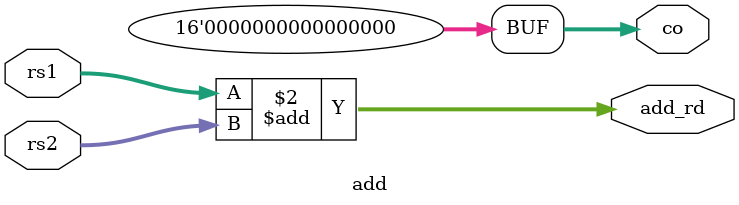
<source format=sv>
module add(rs1, rs2, add_rd,co);
  parameter N = 16;
  input [N-1:0] rs1, rs2;
  output reg [N-1:0] add_rd;
  output reg [N-1:0] co;

  always@(*) begin
    add_rd = rs1 + rs2;
    co = (rs1 + rs2) >> N;
  end
endmodule

/*module add(rs1, rs2, add_rd,co);
  parameter N=16;
  input [N-1:0] rs1, rs2;
  
  output reg [N-1:0] add_rd;
  output reg [N-1:0] co;
 
  genvar i;
   generate
   for(i=0;i<N;i++) begin
     xor x1(add_rd[i];rs1[i],rs2[i]);
     and a1(co[i],rs1[i],rs2[i]);
   end
   endgenerate
endmodule*/
/*module add(rs1, rs2, rd);
  input [15:0] rs1, rs2;  //rs1,rs2 are 16 bit values
  output reg [15:0] rd;   //rd is 16 bit value

  reg [15:0] operand1, operand2;   
  reg [16:0] result;  
reg carry_out;  

always @(*) begin
operand1 = rs1;  
operand2 = rs2; 
result = operand1 + operand2;
  carry_out = (result > 16'hffff);   //checks if the value stored in the "result" register is greater than the maximum value that can be represented in 16 bits.
rd = result[15:0];
end
endmodule*/

</source>
